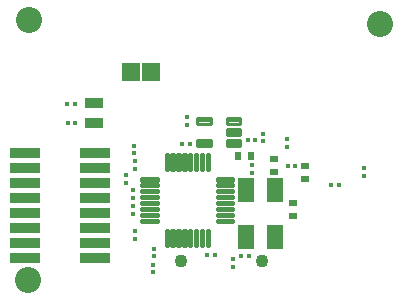
<source format=gbr>
G04 EAGLE Gerber RS-274X export*
G75*
%MOMM*%
%FSLAX34Y34*%
%LPD*%
%INSoldermask Bottom*%
%IPPOS*%
%AMOC8*
5,1,8,0,0,1.08239X$1,22.5*%
G01*
%ADD10C,2.203200*%
%ADD11R,1.603200X0.903200*%
%ADD12R,1.403200X2.003200*%
%ADD13R,0.350000X0.450000*%
%ADD14R,0.450000X0.350000*%
%ADD15C,0.293481*%
%ADD16C,0.268653*%
%ADD17R,0.700000X0.600000*%
%ADD18C,1.103200*%
%ADD19R,1.603200X1.603200*%
%ADD20R,0.600000X0.700000*%
%ADD21R,2.603200X0.963200*%


D10*
X91669Y655853D03*
X389407Y652348D03*
X91516Y435483D03*
D11*
X146888Y568504D03*
X146888Y585504D03*
D12*
X299929Y511731D03*
X275929Y511731D03*
X275929Y471731D03*
X299929Y471731D03*
D13*
X124713Y568340D03*
X131213Y568340D03*
X124586Y584647D03*
X131086Y584647D03*
X277852Y455981D03*
X271352Y455981D03*
D14*
X280919Y532347D03*
X280919Y525847D03*
D15*
X259719Y567645D02*
X259719Y572643D01*
X270917Y572643D01*
X270917Y567645D01*
X259719Y567645D01*
X259719Y570433D02*
X270917Y570433D01*
X234619Y553643D02*
X234619Y548645D01*
X234619Y553643D02*
X245817Y553643D01*
X245817Y548645D01*
X234619Y548645D01*
X234619Y551433D02*
X245817Y551433D01*
X259719Y558145D02*
X259719Y563143D01*
X270917Y563143D01*
X270917Y558145D01*
X259719Y558145D01*
X259719Y560933D02*
X270917Y560933D01*
X259719Y553643D02*
X259719Y548645D01*
X259719Y553643D02*
X270917Y553643D01*
X270917Y548645D01*
X259719Y548645D01*
X259719Y551433D02*
X270917Y551433D01*
X234619Y567645D02*
X234619Y572643D01*
X245817Y572643D01*
X245817Y567645D01*
X234619Y567645D01*
X234619Y570433D02*
X245817Y570433D01*
D13*
X221586Y550357D03*
X228086Y550357D03*
D14*
X264650Y452817D03*
X264650Y446317D03*
D13*
X277240Y553568D03*
X283740Y553568D03*
D14*
X225857Y566927D03*
X225857Y573427D03*
D16*
X207587Y541840D02*
X207587Y528094D01*
X207587Y541840D02*
X209533Y541840D01*
X209533Y528094D01*
X207587Y528094D01*
X207587Y530647D02*
X209533Y530647D01*
X209533Y533200D02*
X207587Y533200D01*
X207587Y535753D02*
X209533Y535753D01*
X209533Y538306D02*
X207587Y538306D01*
X207587Y540859D02*
X209533Y540859D01*
X212587Y541840D02*
X212587Y528094D01*
X212587Y541840D02*
X214533Y541840D01*
X214533Y528094D01*
X212587Y528094D01*
X212587Y530647D02*
X214533Y530647D01*
X214533Y533200D02*
X212587Y533200D01*
X212587Y535753D02*
X214533Y535753D01*
X214533Y538306D02*
X212587Y538306D01*
X212587Y540859D02*
X214533Y540859D01*
X217587Y541840D02*
X217587Y528094D01*
X217587Y541840D02*
X219533Y541840D01*
X219533Y528094D01*
X217587Y528094D01*
X217587Y530647D02*
X219533Y530647D01*
X219533Y533200D02*
X217587Y533200D01*
X217587Y535753D02*
X219533Y535753D01*
X219533Y538306D02*
X217587Y538306D01*
X217587Y540859D02*
X219533Y540859D01*
X222587Y541840D02*
X222587Y528094D01*
X222587Y541840D02*
X224533Y541840D01*
X224533Y528094D01*
X222587Y528094D01*
X222587Y530647D02*
X224533Y530647D01*
X224533Y533200D02*
X222587Y533200D01*
X222587Y535753D02*
X224533Y535753D01*
X224533Y538306D02*
X222587Y538306D01*
X222587Y540859D02*
X224533Y540859D01*
X227587Y541840D02*
X227587Y528094D01*
X227587Y541840D02*
X229533Y541840D01*
X229533Y528094D01*
X227587Y528094D01*
X227587Y530647D02*
X229533Y530647D01*
X229533Y533200D02*
X227587Y533200D01*
X227587Y535753D02*
X229533Y535753D01*
X229533Y538306D02*
X227587Y538306D01*
X227587Y540859D02*
X229533Y540859D01*
X232587Y541840D02*
X232587Y528094D01*
X232587Y541840D02*
X234533Y541840D01*
X234533Y528094D01*
X232587Y528094D01*
X232587Y530647D02*
X234533Y530647D01*
X234533Y533200D02*
X232587Y533200D01*
X232587Y535753D02*
X234533Y535753D01*
X234533Y538306D02*
X232587Y538306D01*
X232587Y540859D02*
X234533Y540859D01*
X237587Y541840D02*
X237587Y528094D01*
X237587Y541840D02*
X239533Y541840D01*
X239533Y528094D01*
X237587Y528094D01*
X237587Y530647D02*
X239533Y530647D01*
X239533Y533200D02*
X237587Y533200D01*
X237587Y535753D02*
X239533Y535753D01*
X239533Y538306D02*
X237587Y538306D01*
X237587Y540859D02*
X239533Y540859D01*
X242587Y541840D02*
X242587Y528094D01*
X242587Y541840D02*
X244533Y541840D01*
X244533Y528094D01*
X242587Y528094D01*
X242587Y530647D02*
X244533Y530647D01*
X244533Y533200D02*
X242587Y533200D01*
X242587Y535753D02*
X244533Y535753D01*
X244533Y538306D02*
X242587Y538306D01*
X242587Y540859D02*
X244533Y540859D01*
X242587Y477940D02*
X242587Y464194D01*
X242587Y477940D02*
X244533Y477940D01*
X244533Y464194D01*
X242587Y464194D01*
X242587Y466747D02*
X244533Y466747D01*
X244533Y469300D02*
X242587Y469300D01*
X242587Y471853D02*
X244533Y471853D01*
X244533Y474406D02*
X242587Y474406D01*
X242587Y476959D02*
X244533Y476959D01*
X237587Y477940D02*
X237587Y464194D01*
X237587Y477940D02*
X239533Y477940D01*
X239533Y464194D01*
X237587Y464194D01*
X237587Y466747D02*
X239533Y466747D01*
X239533Y469300D02*
X237587Y469300D01*
X237587Y471853D02*
X239533Y471853D01*
X239533Y474406D02*
X237587Y474406D01*
X237587Y476959D02*
X239533Y476959D01*
X232587Y477940D02*
X232587Y464194D01*
X232587Y477940D02*
X234533Y477940D01*
X234533Y464194D01*
X232587Y464194D01*
X232587Y466747D02*
X234533Y466747D01*
X234533Y469300D02*
X232587Y469300D01*
X232587Y471853D02*
X234533Y471853D01*
X234533Y474406D02*
X232587Y474406D01*
X232587Y476959D02*
X234533Y476959D01*
X227587Y477940D02*
X227587Y464194D01*
X227587Y477940D02*
X229533Y477940D01*
X229533Y464194D01*
X227587Y464194D01*
X227587Y466747D02*
X229533Y466747D01*
X229533Y469300D02*
X227587Y469300D01*
X227587Y471853D02*
X229533Y471853D01*
X229533Y474406D02*
X227587Y474406D01*
X227587Y476959D02*
X229533Y476959D01*
X222587Y477940D02*
X222587Y464194D01*
X222587Y477940D02*
X224533Y477940D01*
X224533Y464194D01*
X222587Y464194D01*
X222587Y466747D02*
X224533Y466747D01*
X224533Y469300D02*
X222587Y469300D01*
X222587Y471853D02*
X224533Y471853D01*
X224533Y474406D02*
X222587Y474406D01*
X222587Y476959D02*
X224533Y476959D01*
X217587Y477940D02*
X217587Y464194D01*
X217587Y477940D02*
X219533Y477940D01*
X219533Y464194D01*
X217587Y464194D01*
X217587Y466747D02*
X219533Y466747D01*
X219533Y469300D02*
X217587Y469300D01*
X217587Y471853D02*
X219533Y471853D01*
X219533Y474406D02*
X217587Y474406D01*
X217587Y476959D02*
X219533Y476959D01*
X212587Y477940D02*
X212587Y464194D01*
X212587Y477940D02*
X214533Y477940D01*
X214533Y464194D01*
X212587Y464194D01*
X212587Y466747D02*
X214533Y466747D01*
X214533Y469300D02*
X212587Y469300D01*
X212587Y471853D02*
X214533Y471853D01*
X214533Y474406D02*
X212587Y474406D01*
X212587Y476959D02*
X214533Y476959D01*
X207587Y477940D02*
X207587Y464194D01*
X207587Y477940D02*
X209533Y477940D01*
X209533Y464194D01*
X207587Y464194D01*
X207587Y466747D02*
X209533Y466747D01*
X209533Y469300D02*
X207587Y469300D01*
X207587Y471853D02*
X209533Y471853D01*
X209533Y474406D02*
X207587Y474406D01*
X207587Y476959D02*
X209533Y476959D01*
X200983Y484544D02*
X187237Y484544D01*
X187237Y486490D01*
X200983Y486490D01*
X200983Y484544D01*
X200983Y489544D02*
X187237Y489544D01*
X187237Y491490D01*
X200983Y491490D01*
X200983Y489544D01*
X200983Y494544D02*
X187237Y494544D01*
X187237Y496490D01*
X200983Y496490D01*
X200983Y494544D01*
X200983Y499544D02*
X187237Y499544D01*
X187237Y501490D01*
X200983Y501490D01*
X200983Y499544D01*
X200983Y504544D02*
X187237Y504544D01*
X187237Y506490D01*
X200983Y506490D01*
X200983Y504544D01*
X200983Y509544D02*
X187237Y509544D01*
X187237Y511490D01*
X200983Y511490D01*
X200983Y509544D01*
X200983Y514544D02*
X187237Y514544D01*
X187237Y516490D01*
X200983Y516490D01*
X200983Y514544D01*
X200983Y519544D02*
X187237Y519544D01*
X187237Y521490D01*
X200983Y521490D01*
X200983Y519544D01*
X251137Y519544D02*
X264883Y519544D01*
X251137Y519544D02*
X251137Y521490D01*
X264883Y521490D01*
X264883Y519544D01*
X264883Y514544D02*
X251137Y514544D01*
X251137Y516490D01*
X264883Y516490D01*
X264883Y514544D01*
X264883Y509544D02*
X251137Y509544D01*
X251137Y511490D01*
X264883Y511490D01*
X264883Y509544D01*
X264883Y504544D02*
X251137Y504544D01*
X251137Y506490D01*
X264883Y506490D01*
X264883Y504544D01*
X264883Y499544D02*
X251137Y499544D01*
X251137Y501490D01*
X264883Y501490D01*
X264883Y499544D01*
X264883Y494544D02*
X251137Y494544D01*
X251137Y496490D01*
X264883Y496490D01*
X264883Y494544D01*
X264883Y489544D02*
X251137Y489544D01*
X251137Y491490D01*
X264883Y491490D01*
X264883Y489544D01*
X264883Y484544D02*
X251137Y484544D01*
X251137Y486490D01*
X264883Y486490D01*
X264883Y484544D01*
D17*
X299108Y537904D03*
X299108Y526904D03*
D13*
X354603Y515930D03*
X348103Y515930D03*
D14*
X197338Y441773D03*
X197338Y448273D03*
X197990Y455438D03*
X197990Y461938D03*
X181963Y470226D03*
X181963Y476726D03*
X179735Y497872D03*
X179735Y491372D03*
X179862Y505083D03*
X179862Y511583D03*
X173911Y524237D03*
X173911Y517737D03*
X181432Y536106D03*
X181432Y529606D03*
X180607Y549027D03*
X180607Y542527D03*
D18*
X288958Y451665D03*
X220958Y451665D03*
D14*
X375252Y523368D03*
X375252Y529868D03*
X290177Y559180D03*
X290177Y552680D03*
X310053Y554798D03*
X310053Y548298D03*
D13*
X310996Y531952D03*
X317496Y531952D03*
X242927Y456776D03*
X249427Y456776D03*
D19*
X195463Y611561D03*
X178133Y611561D03*
D17*
X325605Y531968D03*
X325605Y520968D03*
X315275Y489564D03*
X315275Y500564D03*
D20*
X268685Y540537D03*
X279685Y540537D03*
D21*
X88595Y454251D03*
X147595Y454251D03*
X88595Y466951D03*
X147595Y466951D03*
X88595Y479651D03*
X147595Y479651D03*
X88595Y492351D03*
X147595Y492351D03*
X88595Y505051D03*
X147595Y505051D03*
X88595Y517751D03*
X147595Y517751D03*
X88595Y530451D03*
X147595Y530451D03*
X88595Y543151D03*
X147595Y543151D03*
M02*

</source>
